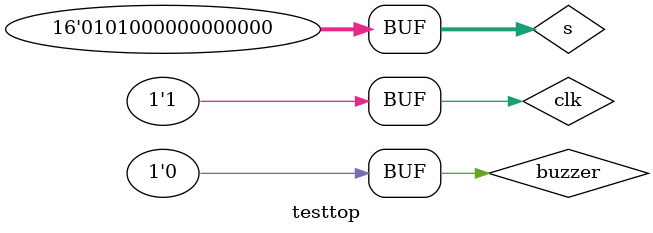
<source format=v>
`timescale 1ns / 1ps


module testtop;

	// Inputs
	reg clk;
	reg [15:0] s;
	reg buzzer;

	// Outputs
/*	wire SEGCLK;
	wire SEGCLR;
	wire SEGDT;
	wire SEGEN;*/
	//Test
	wire clkd1;
	wire [31:0] Adat2;
	wire [31:0] Bdat2;
	wire [31:0] oALU2;
	wire MemRead2,MemWrite2,MemtoReg2;
	wire [31:0] Wdat2;
	wire [1:0] ALUop2;
	// Instantiate the Unit Under Test (UUT)
	Top uut (
		.clk(clk), 
		.s(s), 
		.buzzer(buzzer), 
/*		.SEGCLK(SEGCLK), 
		.SEGCLR(SEGCLR), 
		.SEGDT(SEGDT), 
		.SEGEN(SEGEN), */
		.clkd1(clkd1),
		.Adat2(Adat2),
		.Bdat2(Bdat2),
		.oALU2(oALU2),
		.MemRead2(MemRead2),
		.MemWrite2(MemWrite2),
		.MemtoReg2(MemtoReg2),
		.ALUop2(ALUop2),
		.Wdat2(Wdat2)
	);

	initial begin
		// Initialize Inputs

		s = 16'h5000;
		buzzer = 0;

		// Wait 100 ns for global reset to finish

        
		// Add stimulus here

	end
      always  begin
			clk = 0; #10; 
			clk = 1; #10; 
		end  
endmodule


</source>
